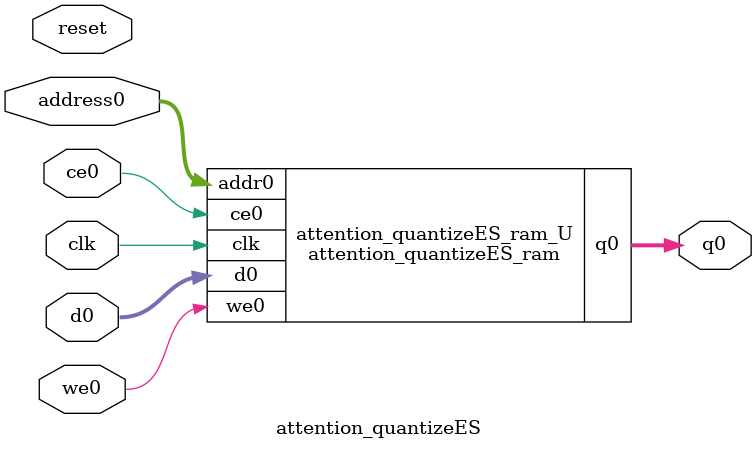
<source format=v>
`timescale 1 ns / 1 ps
module attention_quantizeES_ram (addr0, ce0, d0, we0, q0,  clk);

parameter DWIDTH = 8;
parameter AWIDTH = 3;
parameter MEM_SIZE = 6;

input[AWIDTH-1:0] addr0;
input ce0;
input[DWIDTH-1:0] d0;
input we0;
output reg[DWIDTH-1:0] q0;
input clk;

(* ram_style = "distributed" *)reg [DWIDTH-1:0] ram[0:MEM_SIZE-1];




always @(posedge clk)  
begin 
    if (ce0) begin
        if (we0) 
            ram[addr0] <= d0; 
        q0 <= ram[addr0];
    end
end


endmodule

`timescale 1 ns / 1 ps
module attention_quantizeES(
    reset,
    clk,
    address0,
    ce0,
    we0,
    d0,
    q0);

parameter DataWidth = 32'd8;
parameter AddressRange = 32'd6;
parameter AddressWidth = 32'd3;
input reset;
input clk;
input[AddressWidth - 1:0] address0;
input ce0;
input we0;
input[DataWidth - 1:0] d0;
output[DataWidth - 1:0] q0;



attention_quantizeES_ram attention_quantizeES_ram_U(
    .clk( clk ),
    .addr0( address0 ),
    .ce0( ce0 ),
    .we0( we0 ),
    .d0( d0 ),
    .q0( q0 ));

endmodule


</source>
